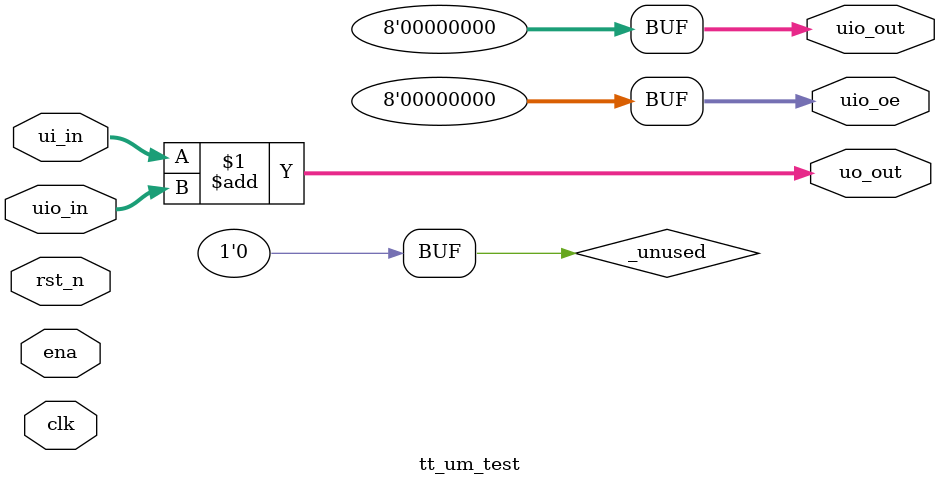
<source format=v>
/*
 * Copyright (c) 2024 Your Name
 * SPDX-License-Identifier: Apache-2.0
 */

`default_nettype none

module tt_um_test (
    input  wire [7:0] ui_in,    // Dedicated inputs
    output wire [7:0] uo_out,   // Dedicated outputs
    input  wire [7:0] uio_in,   // IOs: Input path
    output wire [7:0] uio_out,  // IOs: Output path
    output wire [7:0] uio_oe,   // IOs: Enable path (active high: 0=input, 1=output)
    input  wire       ena,      // always 1 when the design is powered, so you can ignore it
    input  wire       clk,      // clock
    input  wire       rst_n     // reset_n - low to reset
);

  // All output pins must be assigned. If not used, assign to 0.
  assign uo_out  = ui_in + uio_in;  // Example: ou_out is the sum of ui_in and uio_in
  assign uio_out = 0;
  assign uio_oe  = 0;

  // List all unused inputs to prevent warnings
  wire _unused = &{ena, clk, rst_n, 1'b0};

endmodule

</source>
